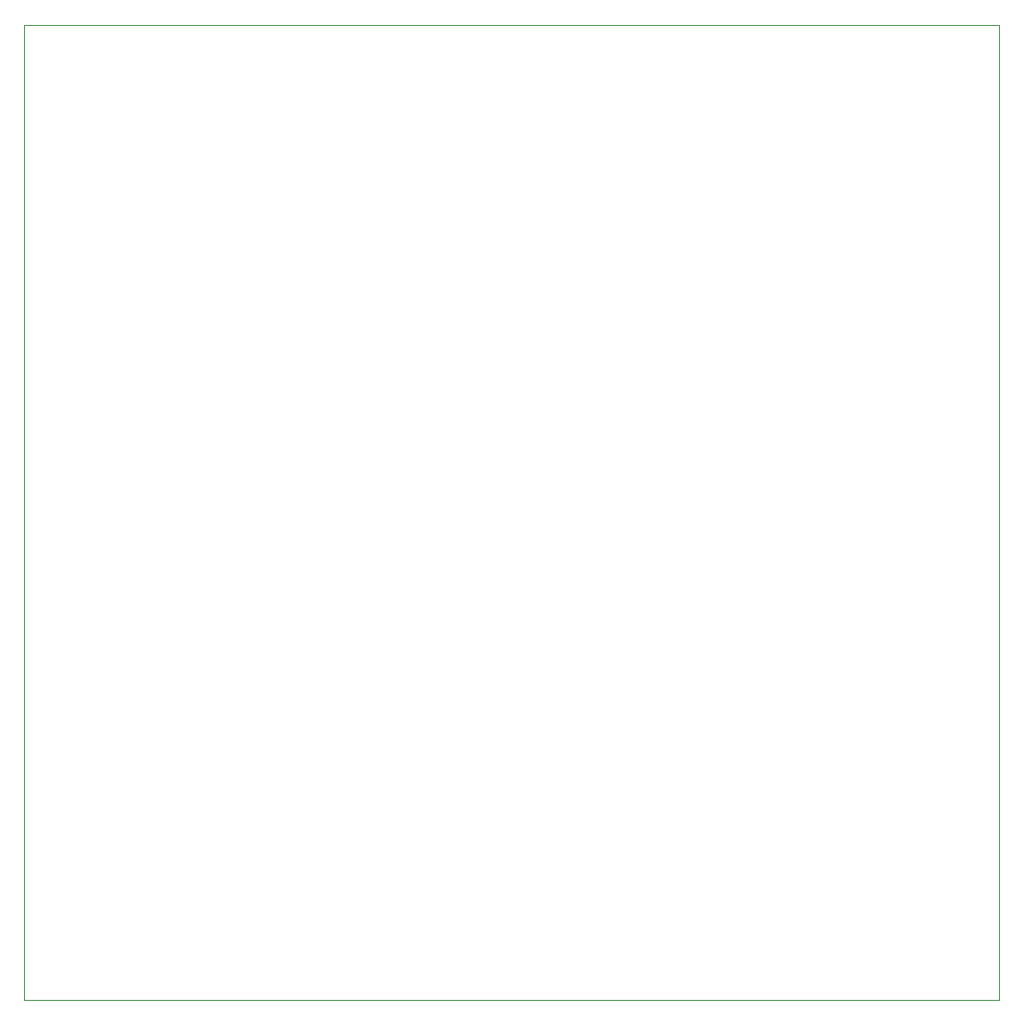
<source format=gbr>
%FSTAX23Y23*%
%MOMM*%
%SFA1B1*%

%IPPOS*%
%ADD83C,0.025400*%
%LNpcb1_profile-1*%
%LPD*%
G54D83*
X0Y0D02*
Y89154D01*
X89154*
Y0*
X0*
M02*
</source>
